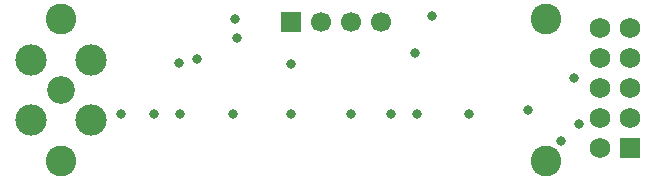
<source format=gbs>
G04*
G04 #@! TF.GenerationSoftware,Altium Limited,Altium Designer,20.0.13 (296)*
G04*
G04 Layer_Color=16711935*
%FSLAX25Y25*%
%MOIN*%
G70*
G01*
G75*
%ADD22C,0.10236*%
%ADD23C,0.06890*%
%ADD24R,0.06890X0.06890*%
%ADD25C,0.06693*%
%ADD26R,0.06693X0.06693*%
%ADD27C,0.09252*%
%ADD28C,0.10433*%
%ADD29C,0.03150*%
D22*
X445197Y345354D02*
D03*
Y392756D02*
D03*
X283780D02*
D03*
Y345354D02*
D03*
D23*
X463307Y389724D02*
D03*
Y379724D02*
D03*
X473307Y389724D02*
D03*
Y379724D02*
D03*
X463307Y369724D02*
D03*
X473307D02*
D03*
X463307Y349724D02*
D03*
X473307Y359724D02*
D03*
X463307D02*
D03*
D24*
X473307Y349724D02*
D03*
D25*
X370315Y391929D02*
D03*
X380315D02*
D03*
X390315D02*
D03*
D26*
X360315D02*
D03*
D27*
X283780Y369055D02*
D03*
D28*
X293779Y379055D02*
D03*
X273780D02*
D03*
Y359055D02*
D03*
X293779D02*
D03*
D29*
X360512Y377953D02*
D03*
Y361221D02*
D03*
X323031Y378031D02*
D03*
X456457Y357677D02*
D03*
X419803Y361024D02*
D03*
X402480D02*
D03*
X401811Y381575D02*
D03*
X342480Y386496D02*
D03*
X303583Y361024D02*
D03*
X314724D02*
D03*
X393701D02*
D03*
X454606Y372992D02*
D03*
X439370Y362441D02*
D03*
X380197Y361024D02*
D03*
X340866D02*
D03*
X323346D02*
D03*
X407520Y393779D02*
D03*
X341535Y392756D02*
D03*
X328898Y379488D02*
D03*
X450472Y352165D02*
D03*
M02*

</source>
